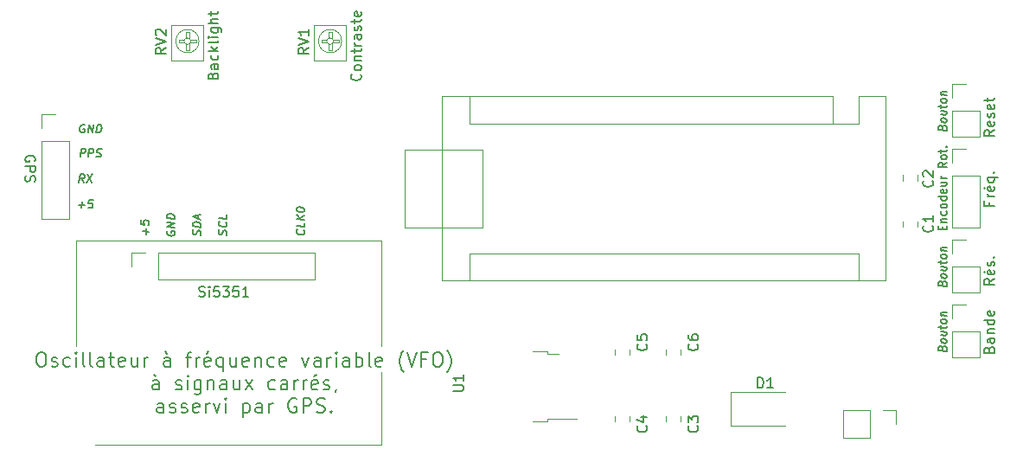
<source format=gbr>
G04 #@! TF.GenerationSoftware,KiCad,Pcbnew,(5.1.6)-1*
G04 #@! TF.CreationDate,2020-09-12T17:38:01+02:00*
G04 #@! TF.ProjectId,vfo-do-with-trimmer_boutons regroup_s-10x5,76666f2d-646f-42d7-9769-74682d747269,rev?*
G04 #@! TF.SameCoordinates,Original*
G04 #@! TF.FileFunction,Legend,Top*
G04 #@! TF.FilePolarity,Positive*
%FSLAX46Y46*%
G04 Gerber Fmt 4.6, Leading zero omitted, Abs format (unit mm)*
G04 Created by KiCad (PCBNEW (5.1.6)-1) date 2020-09-12 17:38:01*
%MOMM*%
%LPD*%
G01*
G04 APERTURE LIST*
%ADD10C,0.150000*%
%ADD11C,0.120000*%
%ADD12C,0.050000*%
G04 APERTURE END LIST*
D10*
X129825714Y-126025044D02*
X129863809Y-126067901D01*
X129901904Y-126186949D01*
X129901904Y-126263139D01*
X129863809Y-126372663D01*
X129787619Y-126439330D01*
X129711428Y-126467901D01*
X129559047Y-126486949D01*
X129444761Y-126472663D01*
X129292380Y-126415520D01*
X129216190Y-126367901D01*
X129140000Y-126282187D01*
X129101904Y-126163139D01*
X129101904Y-126086949D01*
X129140000Y-125977425D01*
X129178095Y-125944092D01*
X129901904Y-125310758D02*
X129901904Y-125691711D01*
X129101904Y-125591711D01*
X129901904Y-125044092D02*
X129101904Y-124944092D01*
X129901904Y-124586949D02*
X129444761Y-124872663D01*
X129101904Y-124486949D02*
X129559047Y-125001235D01*
X129101904Y-123991711D02*
X129101904Y-123915520D01*
X129140000Y-123844092D01*
X129178095Y-123810758D01*
X129254285Y-123782187D01*
X129406666Y-123763139D01*
X129597142Y-123786949D01*
X129749523Y-123844092D01*
X129825714Y-123891711D01*
X129863809Y-123934568D01*
X129901904Y-124015520D01*
X129901904Y-124091711D01*
X129863809Y-124163139D01*
X129825714Y-124196473D01*
X129749523Y-124225044D01*
X129597142Y-124244092D01*
X129406666Y-124220282D01*
X129254285Y-124163139D01*
X129178095Y-124115520D01*
X129140000Y-124072663D01*
X129101904Y-123991711D01*
X122243809Y-126506044D02*
X122281904Y-126396520D01*
X122281904Y-126206044D01*
X122243809Y-126125092D01*
X122205714Y-126082235D01*
X122129523Y-126034616D01*
X122053333Y-126025092D01*
X121977142Y-126053663D01*
X121939047Y-126086997D01*
X121900952Y-126158425D01*
X121862857Y-126306044D01*
X121824761Y-126377473D01*
X121786666Y-126410806D01*
X121710476Y-126439377D01*
X121634285Y-126429854D01*
X121558095Y-126382235D01*
X121520000Y-126339377D01*
X121481904Y-126258425D01*
X121481904Y-126067949D01*
X121520000Y-125958425D01*
X122205714Y-125244139D02*
X122243809Y-125286997D01*
X122281904Y-125406044D01*
X122281904Y-125482235D01*
X122243809Y-125591758D01*
X122167619Y-125658425D01*
X122091428Y-125686997D01*
X121939047Y-125706044D01*
X121824761Y-125691758D01*
X121672380Y-125634616D01*
X121596190Y-125586997D01*
X121520000Y-125501282D01*
X121481904Y-125382235D01*
X121481904Y-125306044D01*
X121520000Y-125196520D01*
X121558095Y-125163187D01*
X122281904Y-124529854D02*
X122281904Y-124910806D01*
X121481904Y-124810806D01*
X119703809Y-126525092D02*
X119741904Y-126415568D01*
X119741904Y-126225092D01*
X119703809Y-126144139D01*
X119665714Y-126101282D01*
X119589523Y-126053663D01*
X119513333Y-126044139D01*
X119437142Y-126072711D01*
X119399047Y-126106044D01*
X119360952Y-126177473D01*
X119322857Y-126325092D01*
X119284761Y-126396520D01*
X119246666Y-126429854D01*
X119170476Y-126458425D01*
X119094285Y-126448901D01*
X119018095Y-126401282D01*
X118980000Y-126358425D01*
X118941904Y-126277473D01*
X118941904Y-126086997D01*
X118980000Y-125977473D01*
X119741904Y-125729854D02*
X118941904Y-125629854D01*
X118941904Y-125439377D01*
X118980000Y-125329854D01*
X119056190Y-125263187D01*
X119132380Y-125234616D01*
X119284761Y-125215568D01*
X119399047Y-125229854D01*
X119551428Y-125286997D01*
X119627619Y-125334616D01*
X119703809Y-125420330D01*
X119741904Y-125539377D01*
X119741904Y-125729854D01*
X119513333Y-124939377D02*
X119513333Y-124558425D01*
X119741904Y-125044139D02*
X118941904Y-124677473D01*
X119741904Y-124510806D01*
X116440000Y-126072711D02*
X116401904Y-126144139D01*
X116401904Y-126258425D01*
X116440000Y-126377473D01*
X116516190Y-126463187D01*
X116592380Y-126510806D01*
X116744761Y-126567949D01*
X116859047Y-126582235D01*
X117011428Y-126563187D01*
X117087619Y-126534616D01*
X117163809Y-126467949D01*
X117201904Y-126358425D01*
X117201904Y-126282235D01*
X117163809Y-126163187D01*
X117125714Y-126120330D01*
X116859047Y-126086997D01*
X116859047Y-126239377D01*
X117201904Y-125786997D02*
X116401904Y-125686997D01*
X117201904Y-125329854D01*
X116401904Y-125229854D01*
X117201904Y-124948901D02*
X116401904Y-124848901D01*
X116401904Y-124658425D01*
X116440000Y-124548901D01*
X116516190Y-124482235D01*
X116592380Y-124453663D01*
X116744761Y-124434616D01*
X116859047Y-124448901D01*
X117011428Y-124506044D01*
X117087619Y-124553663D01*
X117163809Y-124639377D01*
X117201904Y-124758425D01*
X117201904Y-124948901D01*
X114357142Y-126460044D02*
X114357142Y-125850520D01*
X114661904Y-126193377D02*
X114052380Y-126117187D01*
X113861904Y-125026711D02*
X113861904Y-125407663D01*
X114242857Y-125493377D01*
X114204761Y-125450520D01*
X114166666Y-125369568D01*
X114166666Y-125179092D01*
X114204761Y-125107663D01*
X114242857Y-125074330D01*
X114319047Y-125045758D01*
X114509523Y-125069568D01*
X114585714Y-125117187D01*
X114623809Y-125160044D01*
X114661904Y-125240997D01*
X114661904Y-125431473D01*
X114623809Y-125502901D01*
X114585714Y-125536235D01*
X192347857Y-125958095D02*
X192347857Y-125691428D01*
X192766904Y-125577142D02*
X192766904Y-125958095D01*
X191966904Y-125958095D01*
X191966904Y-125577142D01*
X192233571Y-125234285D02*
X192766904Y-125234285D01*
X192309761Y-125234285D02*
X192271666Y-125196190D01*
X192233571Y-125120000D01*
X192233571Y-125005714D01*
X192271666Y-124929523D01*
X192347857Y-124891428D01*
X192766904Y-124891428D01*
X192728809Y-124167619D02*
X192766904Y-124243809D01*
X192766904Y-124396190D01*
X192728809Y-124472380D01*
X192690714Y-124510476D01*
X192614523Y-124548571D01*
X192385952Y-124548571D01*
X192309761Y-124510476D01*
X192271666Y-124472380D01*
X192233571Y-124396190D01*
X192233571Y-124243809D01*
X192271666Y-124167619D01*
X192766904Y-123710476D02*
X192728809Y-123786666D01*
X192690714Y-123824761D01*
X192614523Y-123862857D01*
X192385952Y-123862857D01*
X192309761Y-123824761D01*
X192271666Y-123786666D01*
X192233571Y-123710476D01*
X192233571Y-123596190D01*
X192271666Y-123520000D01*
X192309761Y-123481904D01*
X192385952Y-123443809D01*
X192614523Y-123443809D01*
X192690714Y-123481904D01*
X192728809Y-123520000D01*
X192766904Y-123596190D01*
X192766904Y-123710476D01*
X192766904Y-122758095D02*
X191966904Y-122758095D01*
X192728809Y-122758095D02*
X192766904Y-122834285D01*
X192766904Y-122986666D01*
X192728809Y-123062857D01*
X192690714Y-123100952D01*
X192614523Y-123139047D01*
X192385952Y-123139047D01*
X192309761Y-123100952D01*
X192271666Y-123062857D01*
X192233571Y-122986666D01*
X192233571Y-122834285D01*
X192271666Y-122758095D01*
X192728809Y-122072380D02*
X192766904Y-122148571D01*
X192766904Y-122300952D01*
X192728809Y-122377142D01*
X192652619Y-122415238D01*
X192347857Y-122415238D01*
X192271666Y-122377142D01*
X192233571Y-122300952D01*
X192233571Y-122148571D01*
X192271666Y-122072380D01*
X192347857Y-122034285D01*
X192424047Y-122034285D01*
X192500238Y-122415238D01*
X192233571Y-121348571D02*
X192766904Y-121348571D01*
X192233571Y-121691428D02*
X192652619Y-121691428D01*
X192728809Y-121653333D01*
X192766904Y-121577142D01*
X192766904Y-121462857D01*
X192728809Y-121386666D01*
X192690714Y-121348571D01*
X192766904Y-120967619D02*
X192233571Y-120967619D01*
X192385952Y-120967619D02*
X192309761Y-120929523D01*
X192271666Y-120891428D01*
X192233571Y-120815238D01*
X192233571Y-120739047D01*
X192766904Y-119405714D02*
X192385952Y-119672380D01*
X192766904Y-119862857D02*
X191966904Y-119862857D01*
X191966904Y-119558095D01*
X192005000Y-119481904D01*
X192043095Y-119443809D01*
X192119285Y-119405714D01*
X192233571Y-119405714D01*
X192309761Y-119443809D01*
X192347857Y-119481904D01*
X192385952Y-119558095D01*
X192385952Y-119862857D01*
X192766904Y-118948571D02*
X192728809Y-119024761D01*
X192690714Y-119062857D01*
X192614523Y-119100952D01*
X192385952Y-119100952D01*
X192309761Y-119062857D01*
X192271666Y-119024761D01*
X192233571Y-118948571D01*
X192233571Y-118834285D01*
X192271666Y-118758095D01*
X192309761Y-118720000D01*
X192385952Y-118681904D01*
X192614523Y-118681904D01*
X192690714Y-118720000D01*
X192728809Y-118758095D01*
X192766904Y-118834285D01*
X192766904Y-118948571D01*
X192233571Y-118453333D02*
X192233571Y-118148571D01*
X191966904Y-118339047D02*
X192652619Y-118339047D01*
X192728809Y-118300952D01*
X192766904Y-118224761D01*
X192766904Y-118148571D01*
X192690714Y-117881904D02*
X192728809Y-117843809D01*
X192766904Y-117881904D01*
X192728809Y-117920000D01*
X192690714Y-117881904D01*
X192766904Y-117881904D01*
X192347857Y-137539092D02*
X192385952Y-137429568D01*
X192424047Y-137396235D01*
X192500238Y-137367663D01*
X192614523Y-137381949D01*
X192690714Y-137429568D01*
X192728809Y-137472425D01*
X192766904Y-137553377D01*
X192766904Y-137858139D01*
X191966904Y-137758139D01*
X191966904Y-137491473D01*
X192005000Y-137420044D01*
X192043095Y-137386711D01*
X192119285Y-137358139D01*
X192195476Y-137367663D01*
X192271666Y-137415282D01*
X192309761Y-137458139D01*
X192347857Y-137539092D01*
X192347857Y-137805758D01*
X192766904Y-136943854D02*
X192728809Y-137015282D01*
X192690714Y-137048616D01*
X192614523Y-137077187D01*
X192385952Y-137048616D01*
X192309761Y-137000997D01*
X192271666Y-136958139D01*
X192233571Y-136877187D01*
X192233571Y-136762901D01*
X192271666Y-136691473D01*
X192309761Y-136658139D01*
X192385952Y-136629568D01*
X192614523Y-136658139D01*
X192690714Y-136705758D01*
X192728809Y-136748616D01*
X192766904Y-136829568D01*
X192766904Y-136943854D01*
X192233571Y-135924806D02*
X192766904Y-135991473D01*
X192233571Y-136267663D02*
X192652619Y-136320044D01*
X192728809Y-136291473D01*
X192766904Y-136220044D01*
X192766904Y-136105758D01*
X192728809Y-136024806D01*
X192690714Y-135981949D01*
X192233571Y-135658139D02*
X192233571Y-135353377D01*
X191966904Y-135510520D02*
X192652619Y-135596235D01*
X192728809Y-135567663D01*
X192766904Y-135496235D01*
X192766904Y-135420044D01*
X192766904Y-135039092D02*
X192728809Y-135110520D01*
X192690714Y-135143854D01*
X192614523Y-135172425D01*
X192385952Y-135143854D01*
X192309761Y-135096235D01*
X192271666Y-135053377D01*
X192233571Y-134972425D01*
X192233571Y-134858139D01*
X192271666Y-134786711D01*
X192309761Y-134753377D01*
X192385952Y-134724806D01*
X192614523Y-134753377D01*
X192690714Y-134800997D01*
X192728809Y-134843854D01*
X192766904Y-134924806D01*
X192766904Y-135039092D01*
X192233571Y-134362901D02*
X192766904Y-134429568D01*
X192309761Y-134372425D02*
X192271666Y-134329568D01*
X192233571Y-134248616D01*
X192233571Y-134134330D01*
X192271666Y-134062901D01*
X192347857Y-134034330D01*
X192766904Y-134086711D01*
X192347857Y-131189092D02*
X192385952Y-131079568D01*
X192424047Y-131046235D01*
X192500238Y-131017663D01*
X192614523Y-131031949D01*
X192690714Y-131079568D01*
X192728809Y-131122425D01*
X192766904Y-131203377D01*
X192766904Y-131508139D01*
X191966904Y-131408139D01*
X191966904Y-131141473D01*
X192005000Y-131070044D01*
X192043095Y-131036711D01*
X192119285Y-131008139D01*
X192195476Y-131017663D01*
X192271666Y-131065282D01*
X192309761Y-131108139D01*
X192347857Y-131189092D01*
X192347857Y-131455758D01*
X192766904Y-130593854D02*
X192728809Y-130665282D01*
X192690714Y-130698616D01*
X192614523Y-130727187D01*
X192385952Y-130698616D01*
X192309761Y-130650997D01*
X192271666Y-130608139D01*
X192233571Y-130527187D01*
X192233571Y-130412901D01*
X192271666Y-130341473D01*
X192309761Y-130308139D01*
X192385952Y-130279568D01*
X192614523Y-130308139D01*
X192690714Y-130355758D01*
X192728809Y-130398616D01*
X192766904Y-130479568D01*
X192766904Y-130593854D01*
X192233571Y-129574806D02*
X192766904Y-129641473D01*
X192233571Y-129917663D02*
X192652619Y-129970044D01*
X192728809Y-129941473D01*
X192766904Y-129870044D01*
X192766904Y-129755758D01*
X192728809Y-129674806D01*
X192690714Y-129631949D01*
X192233571Y-129308139D02*
X192233571Y-129003377D01*
X191966904Y-129160520D02*
X192652619Y-129246235D01*
X192728809Y-129217663D01*
X192766904Y-129146235D01*
X192766904Y-129070044D01*
X192766904Y-128689092D02*
X192728809Y-128760520D01*
X192690714Y-128793854D01*
X192614523Y-128822425D01*
X192385952Y-128793854D01*
X192309761Y-128746235D01*
X192271666Y-128703377D01*
X192233571Y-128622425D01*
X192233571Y-128508139D01*
X192271666Y-128436711D01*
X192309761Y-128403377D01*
X192385952Y-128374806D01*
X192614523Y-128403377D01*
X192690714Y-128450997D01*
X192728809Y-128493854D01*
X192766904Y-128574806D01*
X192766904Y-128689092D01*
X192233571Y-128012901D02*
X192766904Y-128079568D01*
X192309761Y-128022425D02*
X192271666Y-127979568D01*
X192233571Y-127898616D01*
X192233571Y-127784330D01*
X192271666Y-127712901D01*
X192347857Y-127684330D01*
X192766904Y-127736711D01*
X192347857Y-115949092D02*
X192385952Y-115839568D01*
X192424047Y-115806235D01*
X192500238Y-115777663D01*
X192614523Y-115791949D01*
X192690714Y-115839568D01*
X192728809Y-115882425D01*
X192766904Y-115963377D01*
X192766904Y-116268139D01*
X191966904Y-116168139D01*
X191966904Y-115901473D01*
X192005000Y-115830044D01*
X192043095Y-115796711D01*
X192119285Y-115768139D01*
X192195476Y-115777663D01*
X192271666Y-115825282D01*
X192309761Y-115868139D01*
X192347857Y-115949092D01*
X192347857Y-116215758D01*
X192766904Y-115353854D02*
X192728809Y-115425282D01*
X192690714Y-115458616D01*
X192614523Y-115487187D01*
X192385952Y-115458616D01*
X192309761Y-115410997D01*
X192271666Y-115368139D01*
X192233571Y-115287187D01*
X192233571Y-115172901D01*
X192271666Y-115101473D01*
X192309761Y-115068139D01*
X192385952Y-115039568D01*
X192614523Y-115068139D01*
X192690714Y-115115758D01*
X192728809Y-115158616D01*
X192766904Y-115239568D01*
X192766904Y-115353854D01*
X192233571Y-114334806D02*
X192766904Y-114401473D01*
X192233571Y-114677663D02*
X192652619Y-114730044D01*
X192728809Y-114701473D01*
X192766904Y-114630044D01*
X192766904Y-114515758D01*
X192728809Y-114434806D01*
X192690714Y-114391949D01*
X192233571Y-114068139D02*
X192233571Y-113763377D01*
X191966904Y-113920520D02*
X192652619Y-114006235D01*
X192728809Y-113977663D01*
X192766904Y-113906235D01*
X192766904Y-113830044D01*
X192766904Y-113449092D02*
X192728809Y-113520520D01*
X192690714Y-113553854D01*
X192614523Y-113582425D01*
X192385952Y-113553854D01*
X192309761Y-113506235D01*
X192271666Y-113463377D01*
X192233571Y-113382425D01*
X192233571Y-113268139D01*
X192271666Y-113196711D01*
X192309761Y-113163377D01*
X192385952Y-113134806D01*
X192614523Y-113163377D01*
X192690714Y-113210997D01*
X192728809Y-113253854D01*
X192766904Y-113334806D01*
X192766904Y-113449092D01*
X192233571Y-112772901D02*
X192766904Y-112839568D01*
X192309761Y-112782425D02*
X192271666Y-112739568D01*
X192233571Y-112658616D01*
X192233571Y-112544330D01*
X192271666Y-112472901D01*
X192347857Y-112444330D01*
X192766904Y-112496711D01*
X107769955Y-123557142D02*
X108379479Y-123557142D01*
X108036622Y-123861904D02*
X108112812Y-123252380D01*
X109203288Y-123061904D02*
X108822336Y-123061904D01*
X108736622Y-123442857D01*
X108779479Y-123404761D01*
X108860431Y-123366666D01*
X109050907Y-123366666D01*
X109122336Y-123404761D01*
X109155669Y-123442857D01*
X109184241Y-123519047D01*
X109160431Y-123709523D01*
X109112812Y-123785714D01*
X109069955Y-123823809D01*
X108989002Y-123861904D01*
X108798526Y-123861904D01*
X108727098Y-123823809D01*
X108693764Y-123785714D01*
X108284241Y-121361904D02*
X108065193Y-120980952D01*
X107827098Y-121361904D02*
X107927098Y-120561904D01*
X108231860Y-120561904D01*
X108303288Y-120600000D01*
X108336622Y-120638095D01*
X108365193Y-120714285D01*
X108350907Y-120828571D01*
X108303288Y-120904761D01*
X108260431Y-120942857D01*
X108179479Y-120980952D01*
X107874717Y-120980952D01*
X108650907Y-120561904D02*
X109084241Y-121361904D01*
X109184241Y-120561904D02*
X108550907Y-121361904D01*
X107927098Y-118861904D02*
X108027098Y-118061904D01*
X108331860Y-118061904D01*
X108403288Y-118100000D01*
X108436622Y-118138095D01*
X108465193Y-118214285D01*
X108450907Y-118328571D01*
X108403288Y-118404761D01*
X108360431Y-118442857D01*
X108279479Y-118480952D01*
X107974717Y-118480952D01*
X108727098Y-118861904D02*
X108827098Y-118061904D01*
X109131860Y-118061904D01*
X109203288Y-118100000D01*
X109236622Y-118138095D01*
X109265193Y-118214285D01*
X109250907Y-118328571D01*
X109203288Y-118404761D01*
X109160431Y-118442857D01*
X109079479Y-118480952D01*
X108774717Y-118480952D01*
X109493764Y-118823809D02*
X109603288Y-118861904D01*
X109793764Y-118861904D01*
X109874717Y-118823809D01*
X109917574Y-118785714D01*
X109965193Y-118709523D01*
X109974717Y-118633333D01*
X109946145Y-118557142D01*
X109912812Y-118519047D01*
X109841383Y-118480952D01*
X109693764Y-118442857D01*
X109622336Y-118404761D01*
X109589002Y-118366666D01*
X109560431Y-118290476D01*
X109569955Y-118214285D01*
X109617574Y-118138095D01*
X109660431Y-118100000D01*
X109741383Y-118061904D01*
X109931860Y-118061904D01*
X110041383Y-118100000D01*
X108403288Y-115700000D02*
X108331860Y-115661904D01*
X108217574Y-115661904D01*
X108098526Y-115700000D01*
X108012812Y-115776190D01*
X107965193Y-115852380D01*
X107908050Y-116004761D01*
X107893764Y-116119047D01*
X107912812Y-116271428D01*
X107941383Y-116347619D01*
X108008050Y-116423809D01*
X108117574Y-116461904D01*
X108193764Y-116461904D01*
X108312812Y-116423809D01*
X108355669Y-116385714D01*
X108389002Y-116119047D01*
X108236622Y-116119047D01*
X108689002Y-116461904D02*
X108789002Y-115661904D01*
X109146145Y-116461904D01*
X109246145Y-115661904D01*
X109527098Y-116461904D02*
X109627098Y-115661904D01*
X109817574Y-115661904D01*
X109927098Y-115700000D01*
X109993764Y-115776190D01*
X110022336Y-115852380D01*
X110041383Y-116004761D01*
X110027098Y-116119047D01*
X109969955Y-116271428D01*
X109922336Y-116347619D01*
X109836622Y-116423809D01*
X109717574Y-116461904D01*
X109527098Y-116461904D01*
D11*
X107500000Y-127000000D02*
X107500000Y-137400000D01*
X137400000Y-147000000D02*
X109400000Y-147000000D01*
X137400000Y-139900000D02*
X137400000Y-147000000D01*
X137400000Y-127000000D02*
X137400000Y-137400000D01*
X107500000Y-127000000D02*
X137400000Y-127000000D01*
X139700000Y-125730000D02*
X139700000Y-118110000D01*
X147320000Y-125730000D02*
X139700000Y-125730000D01*
X147320000Y-118110000D02*
X147320000Y-125730000D01*
X139700000Y-118110000D02*
X147320000Y-118110000D01*
D10*
X104000000Y-137983333D02*
X104266666Y-137983333D01*
X104400000Y-138050000D01*
X104533333Y-138183333D01*
X104600000Y-138450000D01*
X104600000Y-138916666D01*
X104533333Y-139183333D01*
X104400000Y-139316666D01*
X104266666Y-139383333D01*
X104000000Y-139383333D01*
X103866666Y-139316666D01*
X103733333Y-139183333D01*
X103666666Y-138916666D01*
X103666666Y-138450000D01*
X103733333Y-138183333D01*
X103866666Y-138050000D01*
X104000000Y-137983333D01*
X105133333Y-139316666D02*
X105266666Y-139383333D01*
X105533333Y-139383333D01*
X105666666Y-139316666D01*
X105733333Y-139183333D01*
X105733333Y-139116666D01*
X105666666Y-138983333D01*
X105533333Y-138916666D01*
X105333333Y-138916666D01*
X105200000Y-138850000D01*
X105133333Y-138716666D01*
X105133333Y-138650000D01*
X105200000Y-138516666D01*
X105333333Y-138450000D01*
X105533333Y-138450000D01*
X105666666Y-138516666D01*
X106933333Y-139316666D02*
X106800000Y-139383333D01*
X106533333Y-139383333D01*
X106400000Y-139316666D01*
X106333333Y-139250000D01*
X106266666Y-139116666D01*
X106266666Y-138716666D01*
X106333333Y-138583333D01*
X106400000Y-138516666D01*
X106533333Y-138450000D01*
X106800000Y-138450000D01*
X106933333Y-138516666D01*
X107533333Y-139383333D02*
X107533333Y-138450000D01*
X107533333Y-137983333D02*
X107466666Y-138050000D01*
X107533333Y-138116666D01*
X107600000Y-138050000D01*
X107533333Y-137983333D01*
X107533333Y-138116666D01*
X108400000Y-139383333D02*
X108266666Y-139316666D01*
X108200000Y-139183333D01*
X108200000Y-137983333D01*
X109133333Y-139383333D02*
X109000000Y-139316666D01*
X108933333Y-139183333D01*
X108933333Y-137983333D01*
X110266666Y-139383333D02*
X110266666Y-138650000D01*
X110200000Y-138516666D01*
X110066666Y-138450000D01*
X109800000Y-138450000D01*
X109666666Y-138516666D01*
X110266666Y-139316666D02*
X110133333Y-139383333D01*
X109800000Y-139383333D01*
X109666666Y-139316666D01*
X109600000Y-139183333D01*
X109600000Y-139050000D01*
X109666666Y-138916666D01*
X109800000Y-138850000D01*
X110133333Y-138850000D01*
X110266666Y-138783333D01*
X110733333Y-138450000D02*
X111266666Y-138450000D01*
X110933333Y-137983333D02*
X110933333Y-139183333D01*
X111000000Y-139316666D01*
X111133333Y-139383333D01*
X111266666Y-139383333D01*
X112266666Y-139316666D02*
X112133333Y-139383333D01*
X111866666Y-139383333D01*
X111733333Y-139316666D01*
X111666666Y-139183333D01*
X111666666Y-138650000D01*
X111733333Y-138516666D01*
X111866666Y-138450000D01*
X112133333Y-138450000D01*
X112266666Y-138516666D01*
X112333333Y-138650000D01*
X112333333Y-138783333D01*
X111666666Y-138916666D01*
X113533333Y-138450000D02*
X113533333Y-139383333D01*
X112933333Y-138450000D02*
X112933333Y-139183333D01*
X113000000Y-139316666D01*
X113133333Y-139383333D01*
X113333333Y-139383333D01*
X113466666Y-139316666D01*
X113533333Y-139250000D01*
X114200000Y-139383333D02*
X114200000Y-138450000D01*
X114200000Y-138716666D02*
X114266666Y-138583333D01*
X114333333Y-138516666D01*
X114466666Y-138450000D01*
X114600000Y-138450000D01*
X116733333Y-139383333D02*
X116733333Y-138650000D01*
X116666666Y-138516666D01*
X116533333Y-138450000D01*
X116266666Y-138450000D01*
X116133333Y-138516666D01*
X116733333Y-139316666D02*
X116600000Y-139383333D01*
X116266666Y-139383333D01*
X116133333Y-139316666D01*
X116066666Y-139183333D01*
X116066666Y-139050000D01*
X116133333Y-138916666D01*
X116266666Y-138850000D01*
X116600000Y-138850000D01*
X116733333Y-138783333D01*
X116266666Y-137916666D02*
X116466666Y-138116666D01*
X118266666Y-138450000D02*
X118800000Y-138450000D01*
X118466666Y-139383333D02*
X118466666Y-138183333D01*
X118533333Y-138050000D01*
X118666666Y-137983333D01*
X118800000Y-137983333D01*
X119266666Y-139383333D02*
X119266666Y-138450000D01*
X119266666Y-138716666D02*
X119333333Y-138583333D01*
X119400000Y-138516666D01*
X119533333Y-138450000D01*
X119666666Y-138450000D01*
X120666666Y-139316666D02*
X120533333Y-139383333D01*
X120266666Y-139383333D01*
X120133333Y-139316666D01*
X120066666Y-139183333D01*
X120066666Y-138650000D01*
X120133333Y-138516666D01*
X120266666Y-138450000D01*
X120533333Y-138450000D01*
X120666666Y-138516666D01*
X120733333Y-138650000D01*
X120733333Y-138783333D01*
X120066666Y-138916666D01*
X120533333Y-137916666D02*
X120333333Y-138116666D01*
X121933333Y-138450000D02*
X121933333Y-139850000D01*
X121933333Y-139316666D02*
X121800000Y-139383333D01*
X121533333Y-139383333D01*
X121400000Y-139316666D01*
X121333333Y-139250000D01*
X121266666Y-139116666D01*
X121266666Y-138716666D01*
X121333333Y-138583333D01*
X121400000Y-138516666D01*
X121533333Y-138450000D01*
X121800000Y-138450000D01*
X121933333Y-138516666D01*
X123200000Y-138450000D02*
X123200000Y-139383333D01*
X122600000Y-138450000D02*
X122600000Y-139183333D01*
X122666666Y-139316666D01*
X122800000Y-139383333D01*
X123000000Y-139383333D01*
X123133333Y-139316666D01*
X123200000Y-139250000D01*
X124400000Y-139316666D02*
X124266666Y-139383333D01*
X124000000Y-139383333D01*
X123866666Y-139316666D01*
X123800000Y-139183333D01*
X123800000Y-138650000D01*
X123866666Y-138516666D01*
X124000000Y-138450000D01*
X124266666Y-138450000D01*
X124400000Y-138516666D01*
X124466666Y-138650000D01*
X124466666Y-138783333D01*
X123800000Y-138916666D01*
X125066666Y-138450000D02*
X125066666Y-139383333D01*
X125066666Y-138583333D02*
X125133333Y-138516666D01*
X125266666Y-138450000D01*
X125466666Y-138450000D01*
X125600000Y-138516666D01*
X125666666Y-138650000D01*
X125666666Y-139383333D01*
X126933333Y-139316666D02*
X126800000Y-139383333D01*
X126533333Y-139383333D01*
X126400000Y-139316666D01*
X126333333Y-139250000D01*
X126266666Y-139116666D01*
X126266666Y-138716666D01*
X126333333Y-138583333D01*
X126400000Y-138516666D01*
X126533333Y-138450000D01*
X126800000Y-138450000D01*
X126933333Y-138516666D01*
X128066666Y-139316666D02*
X127933333Y-139383333D01*
X127666666Y-139383333D01*
X127533333Y-139316666D01*
X127466666Y-139183333D01*
X127466666Y-138650000D01*
X127533333Y-138516666D01*
X127666666Y-138450000D01*
X127933333Y-138450000D01*
X128066666Y-138516666D01*
X128133333Y-138650000D01*
X128133333Y-138783333D01*
X127466666Y-138916666D01*
X129666666Y-138450000D02*
X130000000Y-139383333D01*
X130333333Y-138450000D01*
X131466666Y-139383333D02*
X131466666Y-138650000D01*
X131400000Y-138516666D01*
X131266666Y-138450000D01*
X131000000Y-138450000D01*
X130866666Y-138516666D01*
X131466666Y-139316666D02*
X131333333Y-139383333D01*
X131000000Y-139383333D01*
X130866666Y-139316666D01*
X130800000Y-139183333D01*
X130800000Y-139050000D01*
X130866666Y-138916666D01*
X131000000Y-138850000D01*
X131333333Y-138850000D01*
X131466666Y-138783333D01*
X132133333Y-139383333D02*
X132133333Y-138450000D01*
X132133333Y-138716666D02*
X132200000Y-138583333D01*
X132266666Y-138516666D01*
X132400000Y-138450000D01*
X132533333Y-138450000D01*
X133000000Y-139383333D02*
X133000000Y-138450000D01*
X133000000Y-137983333D02*
X132933333Y-138050000D01*
X133000000Y-138116666D01*
X133066666Y-138050000D01*
X133000000Y-137983333D01*
X133000000Y-138116666D01*
X134266666Y-139383333D02*
X134266666Y-138650000D01*
X134200000Y-138516666D01*
X134066666Y-138450000D01*
X133800000Y-138450000D01*
X133666666Y-138516666D01*
X134266666Y-139316666D02*
X134133333Y-139383333D01*
X133800000Y-139383333D01*
X133666666Y-139316666D01*
X133600000Y-139183333D01*
X133600000Y-139050000D01*
X133666666Y-138916666D01*
X133800000Y-138850000D01*
X134133333Y-138850000D01*
X134266666Y-138783333D01*
X134933333Y-139383333D02*
X134933333Y-137983333D01*
X134933333Y-138516666D02*
X135066666Y-138450000D01*
X135333333Y-138450000D01*
X135466666Y-138516666D01*
X135533333Y-138583333D01*
X135600000Y-138716666D01*
X135600000Y-139116666D01*
X135533333Y-139250000D01*
X135466666Y-139316666D01*
X135333333Y-139383333D01*
X135066666Y-139383333D01*
X134933333Y-139316666D01*
X136400000Y-139383333D02*
X136266666Y-139316666D01*
X136200000Y-139183333D01*
X136200000Y-137983333D01*
X137466666Y-139316666D02*
X137333333Y-139383333D01*
X137066666Y-139383333D01*
X136933333Y-139316666D01*
X136866666Y-139183333D01*
X136866666Y-138650000D01*
X136933333Y-138516666D01*
X137066666Y-138450000D01*
X137333333Y-138450000D01*
X137466666Y-138516666D01*
X137533333Y-138650000D01*
X137533333Y-138783333D01*
X136866666Y-138916666D01*
X139600000Y-139916666D02*
X139533333Y-139850000D01*
X139400000Y-139650000D01*
X139333333Y-139516666D01*
X139266666Y-139316666D01*
X139200000Y-138983333D01*
X139200000Y-138716666D01*
X139266666Y-138383333D01*
X139333333Y-138183333D01*
X139400000Y-138050000D01*
X139533333Y-137850000D01*
X139600000Y-137783333D01*
X139933333Y-137983333D02*
X140400000Y-139383333D01*
X140866666Y-137983333D01*
X141800000Y-138650000D02*
X141333333Y-138650000D01*
X141333333Y-139383333D02*
X141333333Y-137983333D01*
X142000000Y-137983333D01*
X142800000Y-137983333D02*
X143066666Y-137983333D01*
X143200000Y-138050000D01*
X143333333Y-138183333D01*
X143400000Y-138450000D01*
X143400000Y-138916666D01*
X143333333Y-139183333D01*
X143200000Y-139316666D01*
X143066666Y-139383333D01*
X142800000Y-139383333D01*
X142666666Y-139316666D01*
X142533333Y-139183333D01*
X142466666Y-138916666D01*
X142466666Y-138450000D01*
X142533333Y-138183333D01*
X142666666Y-138050000D01*
X142800000Y-137983333D01*
X143866666Y-139916666D02*
X143933333Y-139850000D01*
X144066666Y-139650000D01*
X144133333Y-139516666D01*
X144200000Y-139316666D01*
X144266666Y-138983333D01*
X144266666Y-138716666D01*
X144200000Y-138383333D01*
X144133333Y-138183333D01*
X144066666Y-138050000D01*
X143933333Y-137850000D01*
X143866666Y-137783333D01*
X115633333Y-141633333D02*
X115633333Y-140900000D01*
X115566666Y-140766666D01*
X115433333Y-140700000D01*
X115166666Y-140700000D01*
X115033333Y-140766666D01*
X115633333Y-141566666D02*
X115500000Y-141633333D01*
X115166666Y-141633333D01*
X115033333Y-141566666D01*
X114966666Y-141433333D01*
X114966666Y-141300000D01*
X115033333Y-141166666D01*
X115166666Y-141100000D01*
X115500000Y-141100000D01*
X115633333Y-141033333D01*
X115166666Y-140166666D02*
X115366666Y-140366666D01*
X117300000Y-141566666D02*
X117433333Y-141633333D01*
X117700000Y-141633333D01*
X117833333Y-141566666D01*
X117900000Y-141433333D01*
X117900000Y-141366666D01*
X117833333Y-141233333D01*
X117700000Y-141166666D01*
X117500000Y-141166666D01*
X117366666Y-141100000D01*
X117300000Y-140966666D01*
X117300000Y-140900000D01*
X117366666Y-140766666D01*
X117500000Y-140700000D01*
X117700000Y-140700000D01*
X117833333Y-140766666D01*
X118500000Y-141633333D02*
X118500000Y-140700000D01*
X118500000Y-140233333D02*
X118433333Y-140300000D01*
X118500000Y-140366666D01*
X118566666Y-140300000D01*
X118500000Y-140233333D01*
X118500000Y-140366666D01*
X119766666Y-140700000D02*
X119766666Y-141833333D01*
X119700000Y-141966666D01*
X119633333Y-142033333D01*
X119500000Y-142100000D01*
X119300000Y-142100000D01*
X119166666Y-142033333D01*
X119766666Y-141566666D02*
X119633333Y-141633333D01*
X119366666Y-141633333D01*
X119233333Y-141566666D01*
X119166666Y-141500000D01*
X119100000Y-141366666D01*
X119100000Y-140966666D01*
X119166666Y-140833333D01*
X119233333Y-140766666D01*
X119366666Y-140700000D01*
X119633333Y-140700000D01*
X119766666Y-140766666D01*
X120433333Y-140700000D02*
X120433333Y-141633333D01*
X120433333Y-140833333D02*
X120500000Y-140766666D01*
X120633333Y-140700000D01*
X120833333Y-140700000D01*
X120966666Y-140766666D01*
X121033333Y-140900000D01*
X121033333Y-141633333D01*
X122300000Y-141633333D02*
X122300000Y-140900000D01*
X122233333Y-140766666D01*
X122100000Y-140700000D01*
X121833333Y-140700000D01*
X121700000Y-140766666D01*
X122300000Y-141566666D02*
X122166666Y-141633333D01*
X121833333Y-141633333D01*
X121700000Y-141566666D01*
X121633333Y-141433333D01*
X121633333Y-141300000D01*
X121700000Y-141166666D01*
X121833333Y-141100000D01*
X122166666Y-141100000D01*
X122300000Y-141033333D01*
X123566666Y-140700000D02*
X123566666Y-141633333D01*
X122966666Y-140700000D02*
X122966666Y-141433333D01*
X123033333Y-141566666D01*
X123166666Y-141633333D01*
X123366666Y-141633333D01*
X123500000Y-141566666D01*
X123566666Y-141500000D01*
X124100000Y-141633333D02*
X124833333Y-140700000D01*
X124100000Y-140700000D02*
X124833333Y-141633333D01*
X127033333Y-141566666D02*
X126900000Y-141633333D01*
X126633333Y-141633333D01*
X126500000Y-141566666D01*
X126433333Y-141500000D01*
X126366666Y-141366666D01*
X126366666Y-140966666D01*
X126433333Y-140833333D01*
X126500000Y-140766666D01*
X126633333Y-140700000D01*
X126900000Y-140700000D01*
X127033333Y-140766666D01*
X128233333Y-141633333D02*
X128233333Y-140900000D01*
X128166666Y-140766666D01*
X128033333Y-140700000D01*
X127766666Y-140700000D01*
X127633333Y-140766666D01*
X128233333Y-141566666D02*
X128100000Y-141633333D01*
X127766666Y-141633333D01*
X127633333Y-141566666D01*
X127566666Y-141433333D01*
X127566666Y-141300000D01*
X127633333Y-141166666D01*
X127766666Y-141100000D01*
X128100000Y-141100000D01*
X128233333Y-141033333D01*
X128900000Y-141633333D02*
X128900000Y-140700000D01*
X128900000Y-140966666D02*
X128966666Y-140833333D01*
X129033333Y-140766666D01*
X129166666Y-140700000D01*
X129300000Y-140700000D01*
X129766666Y-141633333D02*
X129766666Y-140700000D01*
X129766666Y-140966666D02*
X129833333Y-140833333D01*
X129900000Y-140766666D01*
X130033333Y-140700000D01*
X130166666Y-140700000D01*
X131166666Y-141566666D02*
X131033333Y-141633333D01*
X130766666Y-141633333D01*
X130633333Y-141566666D01*
X130566666Y-141433333D01*
X130566666Y-140900000D01*
X130633333Y-140766666D01*
X130766666Y-140700000D01*
X131033333Y-140700000D01*
X131166666Y-140766666D01*
X131233333Y-140900000D01*
X131233333Y-141033333D01*
X130566666Y-141166666D01*
X131033333Y-140166666D02*
X130833333Y-140366666D01*
X131766666Y-141566666D02*
X131900000Y-141633333D01*
X132166666Y-141633333D01*
X132300000Y-141566666D01*
X132366666Y-141433333D01*
X132366666Y-141366666D01*
X132300000Y-141233333D01*
X132166666Y-141166666D01*
X131966666Y-141166666D01*
X131833333Y-141100000D01*
X131766666Y-140966666D01*
X131766666Y-140900000D01*
X131833333Y-140766666D01*
X131966666Y-140700000D01*
X132166666Y-140700000D01*
X132300000Y-140766666D01*
X133033333Y-141566666D02*
X133033333Y-141633333D01*
X132966666Y-141766666D01*
X132900000Y-141833333D01*
X116100000Y-143883333D02*
X116100000Y-143150000D01*
X116033333Y-143016666D01*
X115900000Y-142950000D01*
X115633333Y-142950000D01*
X115500000Y-143016666D01*
X116100000Y-143816666D02*
X115966666Y-143883333D01*
X115633333Y-143883333D01*
X115500000Y-143816666D01*
X115433333Y-143683333D01*
X115433333Y-143550000D01*
X115500000Y-143416666D01*
X115633333Y-143350000D01*
X115966666Y-143350000D01*
X116100000Y-143283333D01*
X116700000Y-143816666D02*
X116833333Y-143883333D01*
X117100000Y-143883333D01*
X117233333Y-143816666D01*
X117300000Y-143683333D01*
X117300000Y-143616666D01*
X117233333Y-143483333D01*
X117100000Y-143416666D01*
X116900000Y-143416666D01*
X116766666Y-143350000D01*
X116700000Y-143216666D01*
X116700000Y-143150000D01*
X116766666Y-143016666D01*
X116900000Y-142950000D01*
X117100000Y-142950000D01*
X117233333Y-143016666D01*
X117833333Y-143816666D02*
X117966666Y-143883333D01*
X118233333Y-143883333D01*
X118366666Y-143816666D01*
X118433333Y-143683333D01*
X118433333Y-143616666D01*
X118366666Y-143483333D01*
X118233333Y-143416666D01*
X118033333Y-143416666D01*
X117900000Y-143350000D01*
X117833333Y-143216666D01*
X117833333Y-143150000D01*
X117900000Y-143016666D01*
X118033333Y-142950000D01*
X118233333Y-142950000D01*
X118366666Y-143016666D01*
X119566666Y-143816666D02*
X119433333Y-143883333D01*
X119166666Y-143883333D01*
X119033333Y-143816666D01*
X118966666Y-143683333D01*
X118966666Y-143150000D01*
X119033333Y-143016666D01*
X119166666Y-142950000D01*
X119433333Y-142950000D01*
X119566666Y-143016666D01*
X119633333Y-143150000D01*
X119633333Y-143283333D01*
X118966666Y-143416666D01*
X120233333Y-143883333D02*
X120233333Y-142950000D01*
X120233333Y-143216666D02*
X120300000Y-143083333D01*
X120366666Y-143016666D01*
X120500000Y-142950000D01*
X120633333Y-142950000D01*
X120966666Y-142950000D02*
X121300000Y-143883333D01*
X121633333Y-142950000D01*
X122166666Y-143883333D02*
X122166666Y-142950000D01*
X122166666Y-142483333D02*
X122100000Y-142550000D01*
X122166666Y-142616666D01*
X122233333Y-142550000D01*
X122166666Y-142483333D01*
X122166666Y-142616666D01*
X123900000Y-142950000D02*
X123900000Y-144350000D01*
X123900000Y-143016666D02*
X124033333Y-142950000D01*
X124300000Y-142950000D01*
X124433333Y-143016666D01*
X124500000Y-143083333D01*
X124566666Y-143216666D01*
X124566666Y-143616666D01*
X124500000Y-143750000D01*
X124433333Y-143816666D01*
X124300000Y-143883333D01*
X124033333Y-143883333D01*
X123900000Y-143816666D01*
X125766666Y-143883333D02*
X125766666Y-143150000D01*
X125700000Y-143016666D01*
X125566666Y-142950000D01*
X125300000Y-142950000D01*
X125166666Y-143016666D01*
X125766666Y-143816666D02*
X125633333Y-143883333D01*
X125300000Y-143883333D01*
X125166666Y-143816666D01*
X125100000Y-143683333D01*
X125100000Y-143550000D01*
X125166666Y-143416666D01*
X125300000Y-143350000D01*
X125633333Y-143350000D01*
X125766666Y-143283333D01*
X126433333Y-143883333D02*
X126433333Y-142950000D01*
X126433333Y-143216666D02*
X126500000Y-143083333D01*
X126566666Y-143016666D01*
X126700000Y-142950000D01*
X126833333Y-142950000D01*
X129100000Y-142550000D02*
X128966666Y-142483333D01*
X128766666Y-142483333D01*
X128566666Y-142550000D01*
X128433333Y-142683333D01*
X128366666Y-142816666D01*
X128300000Y-143083333D01*
X128300000Y-143283333D01*
X128366666Y-143550000D01*
X128433333Y-143683333D01*
X128566666Y-143816666D01*
X128766666Y-143883333D01*
X128900000Y-143883333D01*
X129100000Y-143816666D01*
X129166666Y-143750000D01*
X129166666Y-143283333D01*
X128900000Y-143283333D01*
X129766666Y-143883333D02*
X129766666Y-142483333D01*
X130300000Y-142483333D01*
X130433333Y-142550000D01*
X130500000Y-142616666D01*
X130566666Y-142750000D01*
X130566666Y-142950000D01*
X130500000Y-143083333D01*
X130433333Y-143150000D01*
X130300000Y-143216666D01*
X129766666Y-143216666D01*
X131100000Y-143816666D02*
X131300000Y-143883333D01*
X131633333Y-143883333D01*
X131766666Y-143816666D01*
X131833333Y-143750000D01*
X131900000Y-143616666D01*
X131900000Y-143483333D01*
X131833333Y-143350000D01*
X131766666Y-143283333D01*
X131633333Y-143216666D01*
X131366666Y-143150000D01*
X131233333Y-143083333D01*
X131166666Y-143016666D01*
X131100000Y-142883333D01*
X131100000Y-142750000D01*
X131166666Y-142616666D01*
X131233333Y-142550000D01*
X131366666Y-142483333D01*
X131700000Y-142483333D01*
X131900000Y-142550000D01*
X132500000Y-143750000D02*
X132566666Y-143816666D01*
X132500000Y-143883333D01*
X132433333Y-143816666D01*
X132500000Y-143750000D01*
X132500000Y-143883333D01*
X196928571Y-137714285D02*
X196976190Y-137571428D01*
X197023809Y-137523809D01*
X197119047Y-137476190D01*
X197261904Y-137476190D01*
X197357142Y-137523809D01*
X197404761Y-137571428D01*
X197452380Y-137666666D01*
X197452380Y-138047619D01*
X196452380Y-138047619D01*
X196452380Y-137714285D01*
X196500000Y-137619047D01*
X196547619Y-137571428D01*
X196642857Y-137523809D01*
X196738095Y-137523809D01*
X196833333Y-137571428D01*
X196880952Y-137619047D01*
X196928571Y-137714285D01*
X196928571Y-138047619D01*
X197452380Y-136619047D02*
X196928571Y-136619047D01*
X196833333Y-136666666D01*
X196785714Y-136761904D01*
X196785714Y-136952380D01*
X196833333Y-137047619D01*
X197404761Y-136619047D02*
X197452380Y-136714285D01*
X197452380Y-136952380D01*
X197404761Y-137047619D01*
X197309523Y-137095238D01*
X197214285Y-137095238D01*
X197119047Y-137047619D01*
X197071428Y-136952380D01*
X197071428Y-136714285D01*
X197023809Y-136619047D01*
X196785714Y-136142857D02*
X197452380Y-136142857D01*
X196880952Y-136142857D02*
X196833333Y-136095238D01*
X196785714Y-136000000D01*
X196785714Y-135857142D01*
X196833333Y-135761904D01*
X196928571Y-135714285D01*
X197452380Y-135714285D01*
X197452380Y-134809523D02*
X196452380Y-134809523D01*
X197404761Y-134809523D02*
X197452380Y-134904761D01*
X197452380Y-135095238D01*
X197404761Y-135190476D01*
X197357142Y-135238095D01*
X197261904Y-135285714D01*
X196976190Y-135285714D01*
X196880952Y-135238095D01*
X196833333Y-135190476D01*
X196785714Y-135095238D01*
X196785714Y-134904761D01*
X196833333Y-134809523D01*
X197404761Y-133952380D02*
X197452380Y-134047619D01*
X197452380Y-134238095D01*
X197404761Y-134333333D01*
X197309523Y-134380952D01*
X196928571Y-134380952D01*
X196833333Y-134333333D01*
X196785714Y-134238095D01*
X196785714Y-134047619D01*
X196833333Y-133952380D01*
X196928571Y-133904761D01*
X197023809Y-133904761D01*
X197119047Y-134380952D01*
X196928571Y-123285714D02*
X196928571Y-123619047D01*
X197452380Y-123619047D02*
X196452380Y-123619047D01*
X196452380Y-123142857D01*
X197452380Y-122761904D02*
X196785714Y-122761904D01*
X196976190Y-122761904D02*
X196880952Y-122714285D01*
X196833333Y-122666666D01*
X196785714Y-122571428D01*
X196785714Y-122476190D01*
X197404761Y-121761904D02*
X197452380Y-121857142D01*
X197452380Y-122047619D01*
X197404761Y-122142857D01*
X197309523Y-122190476D01*
X196928571Y-122190476D01*
X196833333Y-122142857D01*
X196785714Y-122047619D01*
X196785714Y-121857142D01*
X196833333Y-121761904D01*
X196928571Y-121714285D01*
X197023809Y-121714285D01*
X197119047Y-122190476D01*
X196404761Y-121857142D02*
X196547619Y-122000000D01*
X196785714Y-120857142D02*
X197785714Y-120857142D01*
X197404761Y-120857142D02*
X197452380Y-120952380D01*
X197452380Y-121142857D01*
X197404761Y-121238095D01*
X197357142Y-121285714D01*
X197261904Y-121333333D01*
X196976190Y-121333333D01*
X196880952Y-121285714D01*
X196833333Y-121238095D01*
X196785714Y-121142857D01*
X196785714Y-120952380D01*
X196833333Y-120857142D01*
X197357142Y-120380952D02*
X197404761Y-120333333D01*
X197452380Y-120380952D01*
X197404761Y-120428571D01*
X197357142Y-120380952D01*
X197452380Y-120380952D01*
X197452380Y-130761904D02*
X196976190Y-131095238D01*
X197452380Y-131333333D02*
X196452380Y-131333333D01*
X196452380Y-130952380D01*
X196500000Y-130857142D01*
X196547619Y-130809523D01*
X196642857Y-130761904D01*
X196785714Y-130761904D01*
X196880952Y-130809523D01*
X196928571Y-130857142D01*
X196976190Y-130952380D01*
X196976190Y-131333333D01*
X197404761Y-129952380D02*
X197452380Y-130047619D01*
X197452380Y-130238095D01*
X197404761Y-130333333D01*
X197309523Y-130380952D01*
X196928571Y-130380952D01*
X196833333Y-130333333D01*
X196785714Y-130238095D01*
X196785714Y-130047619D01*
X196833333Y-129952380D01*
X196928571Y-129904761D01*
X197023809Y-129904761D01*
X197119047Y-130380952D01*
X196404761Y-130047619D02*
X196547619Y-130190476D01*
X197404761Y-129523809D02*
X197452380Y-129428571D01*
X197452380Y-129238095D01*
X197404761Y-129142857D01*
X197309523Y-129095238D01*
X197261904Y-129095238D01*
X197166666Y-129142857D01*
X197119047Y-129238095D01*
X197119047Y-129380952D01*
X197071428Y-129476190D01*
X196976190Y-129523809D01*
X196928571Y-129523809D01*
X196833333Y-129476190D01*
X196785714Y-129380952D01*
X196785714Y-129238095D01*
X196833333Y-129142857D01*
X197357142Y-128666666D02*
X197404761Y-128619047D01*
X197452380Y-128666666D01*
X197404761Y-128714285D01*
X197357142Y-128666666D01*
X197452380Y-128666666D01*
X197452380Y-116238095D02*
X196976190Y-116571428D01*
X197452380Y-116809523D02*
X196452380Y-116809523D01*
X196452380Y-116428571D01*
X196500000Y-116333333D01*
X196547619Y-116285714D01*
X196642857Y-116238095D01*
X196785714Y-116238095D01*
X196880952Y-116285714D01*
X196928571Y-116333333D01*
X196976190Y-116428571D01*
X196976190Y-116809523D01*
X197404761Y-115428571D02*
X197452380Y-115523809D01*
X197452380Y-115714285D01*
X197404761Y-115809523D01*
X197309523Y-115857142D01*
X196928571Y-115857142D01*
X196833333Y-115809523D01*
X196785714Y-115714285D01*
X196785714Y-115523809D01*
X196833333Y-115428571D01*
X196928571Y-115380952D01*
X197023809Y-115380952D01*
X197119047Y-115857142D01*
X197404761Y-115000000D02*
X197452380Y-114904761D01*
X197452380Y-114714285D01*
X197404761Y-114619047D01*
X197309523Y-114571428D01*
X197261904Y-114571428D01*
X197166666Y-114619047D01*
X197119047Y-114714285D01*
X197119047Y-114857142D01*
X197071428Y-114952380D01*
X196976190Y-115000000D01*
X196928571Y-115000000D01*
X196833333Y-114952380D01*
X196785714Y-114857142D01*
X196785714Y-114714285D01*
X196833333Y-114619047D01*
X197404761Y-113761904D02*
X197452380Y-113857142D01*
X197452380Y-114047619D01*
X197404761Y-114142857D01*
X197309523Y-114190476D01*
X196928571Y-114190476D01*
X196833333Y-114142857D01*
X196785714Y-114047619D01*
X196785714Y-113857142D01*
X196833333Y-113761904D01*
X196928571Y-113714285D01*
X197023809Y-113714285D01*
X197119047Y-114190476D01*
X196785714Y-113428571D02*
X196785714Y-113047619D01*
X196452380Y-113285714D02*
X197309523Y-113285714D01*
X197404761Y-113238095D01*
X197452380Y-113142857D01*
X197452380Y-113047619D01*
X103500000Y-119285714D02*
X103547619Y-119190476D01*
X103547619Y-119047619D01*
X103500000Y-118904761D01*
X103404761Y-118809523D01*
X103309523Y-118761904D01*
X103119047Y-118714285D01*
X102976190Y-118714285D01*
X102785714Y-118761904D01*
X102690476Y-118809523D01*
X102595238Y-118904761D01*
X102547619Y-119047619D01*
X102547619Y-119142857D01*
X102595238Y-119285714D01*
X102642857Y-119333333D01*
X102976190Y-119333333D01*
X102976190Y-119142857D01*
X102547619Y-119761904D02*
X103547619Y-119761904D01*
X103547619Y-120142857D01*
X103500000Y-120238095D01*
X103452380Y-120285714D01*
X103357142Y-120333333D01*
X103214285Y-120333333D01*
X103119047Y-120285714D01*
X103071428Y-120238095D01*
X103023809Y-120142857D01*
X103023809Y-119761904D01*
X102595238Y-120714285D02*
X102547619Y-120857142D01*
X102547619Y-121095238D01*
X102595238Y-121190476D01*
X102642857Y-121238095D01*
X102738095Y-121285714D01*
X102833333Y-121285714D01*
X102928571Y-121238095D01*
X102976190Y-121190476D01*
X103023809Y-121095238D01*
X103071428Y-120904761D01*
X103119047Y-120809523D01*
X103166666Y-120761904D01*
X103261904Y-120714285D01*
X103357142Y-120714285D01*
X103452380Y-120761904D01*
X103500000Y-120809523D01*
X103547619Y-120904761D01*
X103547619Y-121142857D01*
X103500000Y-121285714D01*
X119571428Y-132484761D02*
X119714285Y-132532380D01*
X119952380Y-132532380D01*
X120047619Y-132484761D01*
X120095238Y-132437142D01*
X120142857Y-132341904D01*
X120142857Y-132246666D01*
X120095238Y-132151428D01*
X120047619Y-132103809D01*
X119952380Y-132056190D01*
X119761904Y-132008571D01*
X119666666Y-131960952D01*
X119619047Y-131913333D01*
X119571428Y-131818095D01*
X119571428Y-131722857D01*
X119619047Y-131627619D01*
X119666666Y-131580000D01*
X119761904Y-131532380D01*
X120000000Y-131532380D01*
X120142857Y-131580000D01*
X120571428Y-132532380D02*
X120571428Y-131865714D01*
X120571428Y-131532380D02*
X120523809Y-131580000D01*
X120571428Y-131627619D01*
X120619047Y-131580000D01*
X120571428Y-131532380D01*
X120571428Y-131627619D01*
X121523809Y-131532380D02*
X121047619Y-131532380D01*
X121000000Y-132008571D01*
X121047619Y-131960952D01*
X121142857Y-131913333D01*
X121380952Y-131913333D01*
X121476190Y-131960952D01*
X121523809Y-132008571D01*
X121571428Y-132103809D01*
X121571428Y-132341904D01*
X121523809Y-132437142D01*
X121476190Y-132484761D01*
X121380952Y-132532380D01*
X121142857Y-132532380D01*
X121047619Y-132484761D01*
X121000000Y-132437142D01*
X121904761Y-131532380D02*
X122523809Y-131532380D01*
X122190476Y-131913333D01*
X122333333Y-131913333D01*
X122428571Y-131960952D01*
X122476190Y-132008571D01*
X122523809Y-132103809D01*
X122523809Y-132341904D01*
X122476190Y-132437142D01*
X122428571Y-132484761D01*
X122333333Y-132532380D01*
X122047619Y-132532380D01*
X121952380Y-132484761D01*
X121904761Y-132437142D01*
X123428571Y-131532380D02*
X122952380Y-131532380D01*
X122904761Y-132008571D01*
X122952380Y-131960952D01*
X123047619Y-131913333D01*
X123285714Y-131913333D01*
X123380952Y-131960952D01*
X123428571Y-132008571D01*
X123476190Y-132103809D01*
X123476190Y-132341904D01*
X123428571Y-132437142D01*
X123380952Y-132484761D01*
X123285714Y-132532380D01*
X123047619Y-132532380D01*
X122952380Y-132484761D01*
X122904761Y-132437142D01*
X124428571Y-132532380D02*
X123857142Y-132532380D01*
X124142857Y-132532380D02*
X124142857Y-131532380D01*
X124047619Y-131675238D01*
X123952380Y-131770476D01*
X123857142Y-131818095D01*
X120928571Y-110904761D02*
X120976190Y-110761904D01*
X121023809Y-110714285D01*
X121119047Y-110666666D01*
X121261904Y-110666666D01*
X121357142Y-110714285D01*
X121404761Y-110761904D01*
X121452380Y-110857142D01*
X121452380Y-111238095D01*
X120452380Y-111238095D01*
X120452380Y-110904761D01*
X120500000Y-110809523D01*
X120547619Y-110761904D01*
X120642857Y-110714285D01*
X120738095Y-110714285D01*
X120833333Y-110761904D01*
X120880952Y-110809523D01*
X120928571Y-110904761D01*
X120928571Y-111238095D01*
X121452380Y-109809523D02*
X120928571Y-109809523D01*
X120833333Y-109857142D01*
X120785714Y-109952380D01*
X120785714Y-110142857D01*
X120833333Y-110238095D01*
X121404761Y-109809523D02*
X121452380Y-109904761D01*
X121452380Y-110142857D01*
X121404761Y-110238095D01*
X121309523Y-110285714D01*
X121214285Y-110285714D01*
X121119047Y-110238095D01*
X121071428Y-110142857D01*
X121071428Y-109904761D01*
X121023809Y-109809523D01*
X121404761Y-108904761D02*
X121452380Y-109000000D01*
X121452380Y-109190476D01*
X121404761Y-109285714D01*
X121357142Y-109333333D01*
X121261904Y-109380952D01*
X120976190Y-109380952D01*
X120880952Y-109333333D01*
X120833333Y-109285714D01*
X120785714Y-109190476D01*
X120785714Y-109000000D01*
X120833333Y-108904761D01*
X121452380Y-108476190D02*
X120452380Y-108476190D01*
X121071428Y-108380952D02*
X121452380Y-108095238D01*
X120785714Y-108095238D02*
X121166666Y-108476190D01*
X121452380Y-107523809D02*
X121404761Y-107619047D01*
X121309523Y-107666666D01*
X120452380Y-107666666D01*
X121452380Y-107142857D02*
X120785714Y-107142857D01*
X120452380Y-107142857D02*
X120500000Y-107190476D01*
X120547619Y-107142857D01*
X120500000Y-107095238D01*
X120452380Y-107142857D01*
X120547619Y-107142857D01*
X120785714Y-106238095D02*
X121595238Y-106238095D01*
X121690476Y-106285714D01*
X121738095Y-106333333D01*
X121785714Y-106428571D01*
X121785714Y-106571428D01*
X121738095Y-106666666D01*
X121404761Y-106238095D02*
X121452380Y-106333333D01*
X121452380Y-106523809D01*
X121404761Y-106619047D01*
X121357142Y-106666666D01*
X121261904Y-106714285D01*
X120976190Y-106714285D01*
X120880952Y-106666666D01*
X120833333Y-106619047D01*
X120785714Y-106523809D01*
X120785714Y-106333333D01*
X120833333Y-106238095D01*
X121452380Y-105761904D02*
X120452380Y-105761904D01*
X121452380Y-105333333D02*
X120928571Y-105333333D01*
X120833333Y-105380952D01*
X120785714Y-105476190D01*
X120785714Y-105619047D01*
X120833333Y-105714285D01*
X120880952Y-105761904D01*
X120785714Y-105000000D02*
X120785714Y-104619047D01*
X120452380Y-104857142D02*
X121309523Y-104857142D01*
X121404761Y-104809523D01*
X121452380Y-104714285D01*
X121452380Y-104619047D01*
X135357142Y-110761904D02*
X135404761Y-110809523D01*
X135452380Y-110952380D01*
X135452380Y-111047619D01*
X135404761Y-111190476D01*
X135309523Y-111285714D01*
X135214285Y-111333333D01*
X135023809Y-111380952D01*
X134880952Y-111380952D01*
X134690476Y-111333333D01*
X134595238Y-111285714D01*
X134500000Y-111190476D01*
X134452380Y-111047619D01*
X134452380Y-110952380D01*
X134500000Y-110809523D01*
X134547619Y-110761904D01*
X135452380Y-110190476D02*
X135404761Y-110285714D01*
X135357142Y-110333333D01*
X135261904Y-110380952D01*
X134976190Y-110380952D01*
X134880952Y-110333333D01*
X134833333Y-110285714D01*
X134785714Y-110190476D01*
X134785714Y-110047619D01*
X134833333Y-109952380D01*
X134880952Y-109904761D01*
X134976190Y-109857142D01*
X135261904Y-109857142D01*
X135357142Y-109904761D01*
X135404761Y-109952380D01*
X135452380Y-110047619D01*
X135452380Y-110190476D01*
X134785714Y-109428571D02*
X135452380Y-109428571D01*
X134880952Y-109428571D02*
X134833333Y-109380952D01*
X134785714Y-109285714D01*
X134785714Y-109142857D01*
X134833333Y-109047619D01*
X134928571Y-109000000D01*
X135452380Y-109000000D01*
X134785714Y-108666666D02*
X134785714Y-108285714D01*
X134452380Y-108523809D02*
X135309523Y-108523809D01*
X135404761Y-108476190D01*
X135452380Y-108380952D01*
X135452380Y-108285714D01*
X135452380Y-107952380D02*
X134785714Y-107952380D01*
X134976190Y-107952380D02*
X134880952Y-107904761D01*
X134833333Y-107857142D01*
X134785714Y-107761904D01*
X134785714Y-107666666D01*
X135452380Y-106904761D02*
X134928571Y-106904761D01*
X134833333Y-106952380D01*
X134785714Y-107047619D01*
X134785714Y-107238095D01*
X134833333Y-107333333D01*
X135404761Y-106904761D02*
X135452380Y-107000000D01*
X135452380Y-107238095D01*
X135404761Y-107333333D01*
X135309523Y-107380952D01*
X135214285Y-107380952D01*
X135119047Y-107333333D01*
X135071428Y-107238095D01*
X135071428Y-107000000D01*
X135023809Y-106904761D01*
X135404761Y-106476190D02*
X135452380Y-106380952D01*
X135452380Y-106190476D01*
X135404761Y-106095238D01*
X135309523Y-106047619D01*
X135261904Y-106047619D01*
X135166666Y-106095238D01*
X135119047Y-106190476D01*
X135119047Y-106333333D01*
X135071428Y-106428571D01*
X134976190Y-106476190D01*
X134928571Y-106476190D01*
X134833333Y-106428571D01*
X134785714Y-106333333D01*
X134785714Y-106190476D01*
X134833333Y-106095238D01*
X134785714Y-105761904D02*
X134785714Y-105380952D01*
X134452380Y-105619047D02*
X135309523Y-105619047D01*
X135404761Y-105571428D01*
X135452380Y-105476190D01*
X135452380Y-105380952D01*
X135404761Y-104666666D02*
X135452380Y-104761904D01*
X135452380Y-104952380D01*
X135404761Y-105047619D01*
X135309523Y-105095238D01*
X134928571Y-105095238D01*
X134833333Y-105047619D01*
X134785714Y-104952380D01*
X134785714Y-104761904D01*
X134833333Y-104666666D01*
X134928571Y-104619047D01*
X135023809Y-104619047D01*
X135119047Y-105095238D01*
D11*
X171600000Y-141850000D02*
X171600000Y-145150000D01*
X171600000Y-145150000D02*
X177000000Y-145150000D01*
X171600000Y-141850000D02*
X177000000Y-141850000D01*
X153717200Y-138115000D02*
X154817200Y-138115000D01*
X153717200Y-137845000D02*
X153717200Y-138115000D01*
X152217200Y-137845000D02*
X153717200Y-137845000D01*
X153717200Y-144475000D02*
X156547200Y-144475000D01*
X153717200Y-144745000D02*
X153717200Y-144475000D01*
X152217200Y-144745000D02*
X153717200Y-144745000D01*
X186820000Y-130940000D02*
X186820000Y-112900000D01*
X143380000Y-130940000D02*
X186820000Y-130940000D01*
X143380000Y-112900000D02*
X143380000Y-130940000D01*
X146050000Y-115570000D02*
X146050000Y-112900000D01*
X181610000Y-115570000D02*
X146050000Y-115570000D01*
X181610000Y-115570000D02*
X181610000Y-112900000D01*
X146050000Y-128270000D02*
X146050000Y-130940000D01*
X184150000Y-128270000D02*
X146050000Y-128270000D01*
X184150000Y-128270000D02*
X184150000Y-130940000D01*
X186820000Y-112900000D02*
X184150000Y-112900000D01*
X181610000Y-112900000D02*
X143380000Y-112900000D01*
X184150000Y-115570000D02*
X184150000Y-112900000D01*
X181610000Y-115570000D02*
X184150000Y-115570000D01*
X104170000Y-114670000D02*
X105500000Y-114670000D01*
X104170000Y-116000000D02*
X104170000Y-114670000D01*
X104170000Y-117270000D02*
X106830000Y-117270000D01*
X106830000Y-117270000D02*
X106830000Y-124950000D01*
X104170000Y-117270000D02*
X104170000Y-124950000D01*
X104170000Y-124950000D02*
X106830000Y-124950000D01*
X166710000Y-138258578D02*
X166710000Y-137741422D01*
X165290000Y-138258578D02*
X165290000Y-137741422D01*
X161710000Y-138258578D02*
X161710000Y-137741422D01*
X160290000Y-138258578D02*
X160290000Y-137741422D01*
X160290000Y-144241422D02*
X160290000Y-144758578D01*
X161710000Y-144241422D02*
X161710000Y-144758578D01*
X165290000Y-144241422D02*
X165290000Y-144758578D01*
X166710000Y-144241422D02*
X166710000Y-144758578D01*
X188520000Y-120645422D02*
X188520000Y-121162578D01*
X189940000Y-120645422D02*
X189940000Y-121162578D01*
X189940000Y-125656078D02*
X189940000Y-125138922D01*
X188520000Y-125656078D02*
X188520000Y-125138922D01*
X182630000Y-143670000D02*
X182630000Y-146330000D01*
X185230000Y-143670000D02*
X182630000Y-143670000D01*
X185230000Y-146330000D02*
X182630000Y-146330000D01*
X185230000Y-143670000D02*
X185230000Y-146330000D01*
X186500000Y-143670000D02*
X187830000Y-143670000D01*
X187830000Y-143670000D02*
X187830000Y-145000000D01*
X115570000Y-130870000D02*
X115570000Y-128210000D01*
X115570000Y-130870000D02*
X130870000Y-130870000D01*
X130870000Y-130870000D02*
X130870000Y-128210000D01*
X115570000Y-128210000D02*
X130870000Y-128210000D01*
X112970000Y-128210000D02*
X114300000Y-128210000D01*
X112970000Y-129540000D02*
X112970000Y-128210000D01*
X193330000Y-132140000D02*
X195990000Y-132140000D01*
X193330000Y-129540000D02*
X193330000Y-132140000D01*
X195990000Y-129540000D02*
X195990000Y-132140000D01*
X193330000Y-129540000D02*
X195990000Y-129540000D01*
X193330000Y-128270000D02*
X193330000Y-126940000D01*
X193330000Y-126940000D02*
X194660000Y-126940000D01*
X193330000Y-116900000D02*
X195990000Y-116900000D01*
X193330000Y-114300000D02*
X193330000Y-116900000D01*
X195990000Y-114300000D02*
X195990000Y-116900000D01*
X193330000Y-114300000D02*
X195990000Y-114300000D01*
X193330000Y-113030000D02*
X193330000Y-111700000D01*
X193330000Y-111700000D02*
X194660000Y-111700000D01*
X193330000Y-138490000D02*
X195990000Y-138490000D01*
X193330000Y-135890000D02*
X193330000Y-138490000D01*
X195990000Y-135890000D02*
X195990000Y-138490000D01*
X193330000Y-135890000D02*
X195990000Y-135890000D01*
X193330000Y-134620000D02*
X193330000Y-133290000D01*
X193330000Y-133290000D02*
X194660000Y-133290000D01*
X193330000Y-125790000D02*
X195990000Y-125790000D01*
X193330000Y-120650000D02*
X193330000Y-125790000D01*
X195990000Y-120650000D02*
X195990000Y-125790000D01*
X193330000Y-120650000D02*
X195990000Y-120650000D01*
X193330000Y-119380000D02*
X193330000Y-118050000D01*
X193330000Y-118050000D02*
X194660000Y-118050000D01*
D12*
X133270000Y-107680000D02*
X132700000Y-107680000D01*
X133270000Y-107380000D02*
X133270000Y-107680000D01*
X132700000Y-107380000D02*
X133270000Y-107380000D01*
X131560000Y-107680000D02*
X132110000Y-107680000D01*
X131560000Y-107380000D02*
X131560000Y-107680000D01*
X132120000Y-107380000D02*
X131560000Y-107380000D01*
X132560000Y-108390000D02*
X132560000Y-107820000D01*
X132260000Y-108390000D02*
X132560000Y-108390000D01*
X132260000Y-107820000D02*
X132260000Y-108390000D01*
X132560000Y-106660000D02*
X132560000Y-107240000D01*
X132260000Y-106660000D02*
X132560000Y-106660000D01*
X132260000Y-107240000D02*
X132260000Y-106660000D01*
X132731403Y-107530000D02*
G75*
G03*
X132731403Y-107530000I-321403J0D01*
G01*
X133543578Y-107530000D02*
G75*
G03*
X133543578Y-107530000I-1133578J0D01*
G01*
D11*
X130860000Y-109430000D02*
X130860000Y-105980000D01*
X133960000Y-109430000D02*
X130860000Y-109430000D01*
X133960000Y-105980000D02*
X133960000Y-109430000D01*
X130860000Y-105980000D02*
X133960000Y-105980000D01*
X116890000Y-105980000D02*
X119990000Y-105980000D01*
X119990000Y-105980000D02*
X119990000Y-109430000D01*
X119990000Y-109430000D02*
X116890000Y-109430000D01*
X116890000Y-109430000D02*
X116890000Y-105980000D01*
D12*
X119573578Y-107530000D02*
G75*
G03*
X119573578Y-107530000I-1133578J0D01*
G01*
X118761403Y-107530000D02*
G75*
G03*
X118761403Y-107530000I-321403J0D01*
G01*
X118290000Y-107240000D02*
X118290000Y-106660000D01*
X118290000Y-106660000D02*
X118590000Y-106660000D01*
X118590000Y-106660000D02*
X118590000Y-107240000D01*
X118290000Y-107820000D02*
X118290000Y-108390000D01*
X118290000Y-108390000D02*
X118590000Y-108390000D01*
X118590000Y-108390000D02*
X118590000Y-107820000D01*
X118150000Y-107380000D02*
X117590000Y-107380000D01*
X117590000Y-107380000D02*
X117590000Y-107680000D01*
X117590000Y-107680000D02*
X118140000Y-107680000D01*
X118730000Y-107380000D02*
X119300000Y-107380000D01*
X119300000Y-107380000D02*
X119300000Y-107680000D01*
X119300000Y-107680000D02*
X118730000Y-107680000D01*
D10*
X174261904Y-141452380D02*
X174261904Y-140452380D01*
X174500000Y-140452380D01*
X174642857Y-140500000D01*
X174738095Y-140595238D01*
X174785714Y-140690476D01*
X174833333Y-140880952D01*
X174833333Y-141023809D01*
X174785714Y-141214285D01*
X174738095Y-141309523D01*
X174642857Y-141404761D01*
X174500000Y-141452380D01*
X174261904Y-141452380D01*
X175785714Y-141452380D02*
X175214285Y-141452380D01*
X175500000Y-141452380D02*
X175500000Y-140452380D01*
X175404761Y-140595238D01*
X175309523Y-140690476D01*
X175214285Y-140738095D01*
X144452380Y-141761904D02*
X145261904Y-141761904D01*
X145357142Y-141714285D01*
X145404761Y-141666666D01*
X145452380Y-141571428D01*
X145452380Y-141380952D01*
X145404761Y-141285714D01*
X145357142Y-141238095D01*
X145261904Y-141190476D01*
X144452380Y-141190476D01*
X145452380Y-140190476D02*
X145452380Y-140761904D01*
X145452380Y-140476190D02*
X144452380Y-140476190D01*
X144595238Y-140571428D01*
X144690476Y-140666666D01*
X144738095Y-140761904D01*
X168357142Y-137166666D02*
X168404761Y-137214285D01*
X168452380Y-137357142D01*
X168452380Y-137452380D01*
X168404761Y-137595238D01*
X168309523Y-137690476D01*
X168214285Y-137738095D01*
X168023809Y-137785714D01*
X167880952Y-137785714D01*
X167690476Y-137738095D01*
X167595238Y-137690476D01*
X167500000Y-137595238D01*
X167452380Y-137452380D01*
X167452380Y-137357142D01*
X167500000Y-137214285D01*
X167547619Y-137166666D01*
X167452380Y-136309523D02*
X167452380Y-136500000D01*
X167500000Y-136595238D01*
X167547619Y-136642857D01*
X167690476Y-136738095D01*
X167880952Y-136785714D01*
X168261904Y-136785714D01*
X168357142Y-136738095D01*
X168404761Y-136690476D01*
X168452380Y-136595238D01*
X168452380Y-136404761D01*
X168404761Y-136309523D01*
X168357142Y-136261904D01*
X168261904Y-136214285D01*
X168023809Y-136214285D01*
X167928571Y-136261904D01*
X167880952Y-136309523D01*
X167833333Y-136404761D01*
X167833333Y-136595238D01*
X167880952Y-136690476D01*
X167928571Y-136738095D01*
X168023809Y-136785714D01*
X163357142Y-137166666D02*
X163404761Y-137214285D01*
X163452380Y-137357142D01*
X163452380Y-137452380D01*
X163404761Y-137595238D01*
X163309523Y-137690476D01*
X163214285Y-137738095D01*
X163023809Y-137785714D01*
X162880952Y-137785714D01*
X162690476Y-137738095D01*
X162595238Y-137690476D01*
X162500000Y-137595238D01*
X162452380Y-137452380D01*
X162452380Y-137357142D01*
X162500000Y-137214285D01*
X162547619Y-137166666D01*
X162452380Y-136261904D02*
X162452380Y-136738095D01*
X162928571Y-136785714D01*
X162880952Y-136738095D01*
X162833333Y-136642857D01*
X162833333Y-136404761D01*
X162880952Y-136309523D01*
X162928571Y-136261904D01*
X163023809Y-136214285D01*
X163261904Y-136214285D01*
X163357142Y-136261904D01*
X163404761Y-136309523D01*
X163452380Y-136404761D01*
X163452380Y-136642857D01*
X163404761Y-136738095D01*
X163357142Y-136785714D01*
X163357142Y-145166666D02*
X163404761Y-145214285D01*
X163452380Y-145357142D01*
X163452380Y-145452380D01*
X163404761Y-145595238D01*
X163309523Y-145690476D01*
X163214285Y-145738095D01*
X163023809Y-145785714D01*
X162880952Y-145785714D01*
X162690476Y-145738095D01*
X162595238Y-145690476D01*
X162500000Y-145595238D01*
X162452380Y-145452380D01*
X162452380Y-145357142D01*
X162500000Y-145214285D01*
X162547619Y-145166666D01*
X162785714Y-144309523D02*
X163452380Y-144309523D01*
X162404761Y-144547619D02*
X163119047Y-144785714D01*
X163119047Y-144166666D01*
X168357142Y-145166666D02*
X168404761Y-145214285D01*
X168452380Y-145357142D01*
X168452380Y-145452380D01*
X168404761Y-145595238D01*
X168309523Y-145690476D01*
X168214285Y-145738095D01*
X168023809Y-145785714D01*
X167880952Y-145785714D01*
X167690476Y-145738095D01*
X167595238Y-145690476D01*
X167500000Y-145595238D01*
X167452380Y-145452380D01*
X167452380Y-145357142D01*
X167500000Y-145214285D01*
X167547619Y-145166666D01*
X167452380Y-144833333D02*
X167452380Y-144214285D01*
X167833333Y-144547619D01*
X167833333Y-144404761D01*
X167880952Y-144309523D01*
X167928571Y-144261904D01*
X168023809Y-144214285D01*
X168261904Y-144214285D01*
X168357142Y-144261904D01*
X168404761Y-144309523D01*
X168452380Y-144404761D01*
X168452380Y-144690476D01*
X168404761Y-144785714D01*
X168357142Y-144833333D01*
X191357142Y-121166666D02*
X191404761Y-121214285D01*
X191452380Y-121357142D01*
X191452380Y-121452380D01*
X191404761Y-121595238D01*
X191309523Y-121690476D01*
X191214285Y-121738095D01*
X191023809Y-121785714D01*
X190880952Y-121785714D01*
X190690476Y-121738095D01*
X190595238Y-121690476D01*
X190500000Y-121595238D01*
X190452380Y-121452380D01*
X190452380Y-121357142D01*
X190500000Y-121214285D01*
X190547619Y-121166666D01*
X190547619Y-120785714D02*
X190500000Y-120738095D01*
X190452380Y-120642857D01*
X190452380Y-120404761D01*
X190500000Y-120309523D01*
X190547619Y-120261904D01*
X190642857Y-120214285D01*
X190738095Y-120214285D01*
X190880952Y-120261904D01*
X191452380Y-120833333D01*
X191452380Y-120214285D01*
X191357142Y-125564166D02*
X191404761Y-125611785D01*
X191452380Y-125754642D01*
X191452380Y-125849880D01*
X191404761Y-125992738D01*
X191309523Y-126087976D01*
X191214285Y-126135595D01*
X191023809Y-126183214D01*
X190880952Y-126183214D01*
X190690476Y-126135595D01*
X190595238Y-126087976D01*
X190500000Y-125992738D01*
X190452380Y-125849880D01*
X190452380Y-125754642D01*
X190500000Y-125611785D01*
X190547619Y-125564166D01*
X191452380Y-124611785D02*
X191452380Y-125183214D01*
X191452380Y-124897500D02*
X190452380Y-124897500D01*
X190595238Y-124992738D01*
X190690476Y-125087976D01*
X190738095Y-125183214D01*
X130282380Y-108185238D02*
X129806190Y-108518571D01*
X130282380Y-108756666D02*
X129282380Y-108756666D01*
X129282380Y-108375714D01*
X129330000Y-108280476D01*
X129377619Y-108232857D01*
X129472857Y-108185238D01*
X129615714Y-108185238D01*
X129710952Y-108232857D01*
X129758571Y-108280476D01*
X129806190Y-108375714D01*
X129806190Y-108756666D01*
X129282380Y-107899523D02*
X130282380Y-107566190D01*
X129282380Y-107232857D01*
X130282380Y-106375714D02*
X130282380Y-106947142D01*
X130282380Y-106661428D02*
X129282380Y-106661428D01*
X129425238Y-106756666D01*
X129520476Y-106851904D01*
X129568095Y-106947142D01*
X116312380Y-108185238D02*
X115836190Y-108518571D01*
X116312380Y-108756666D02*
X115312380Y-108756666D01*
X115312380Y-108375714D01*
X115360000Y-108280476D01*
X115407619Y-108232857D01*
X115502857Y-108185238D01*
X115645714Y-108185238D01*
X115740952Y-108232857D01*
X115788571Y-108280476D01*
X115836190Y-108375714D01*
X115836190Y-108756666D01*
X115312380Y-107899523D02*
X116312380Y-107566190D01*
X115312380Y-107232857D01*
X115407619Y-106947142D02*
X115360000Y-106899523D01*
X115312380Y-106804285D01*
X115312380Y-106566190D01*
X115360000Y-106470952D01*
X115407619Y-106423333D01*
X115502857Y-106375714D01*
X115598095Y-106375714D01*
X115740952Y-106423333D01*
X116312380Y-106994761D01*
X116312380Y-106375714D01*
M02*

</source>
